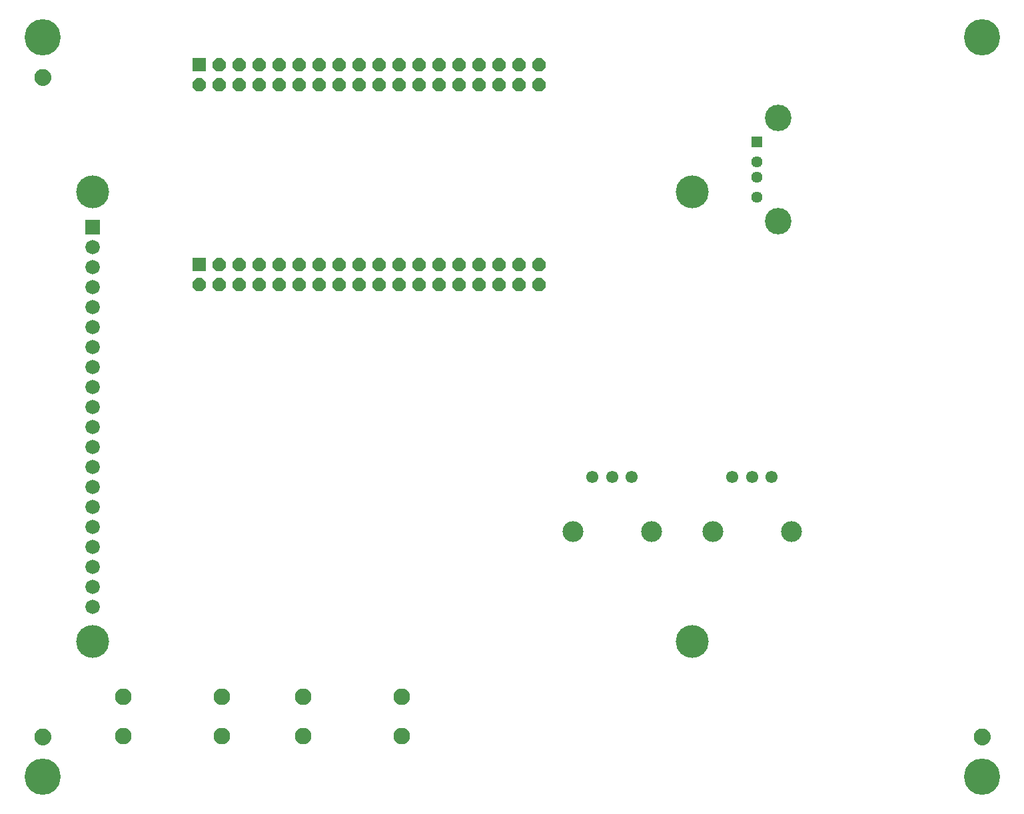
<source format=gbr>
G04 EAGLE Gerber RS-274X export*
G75*
%MOMM*%
%FSLAX34Y34*%
%LPD*%
%INSoldermask Bottom*%
%IPPOS*%
%AMOC8*
5,1,8,0,0,1.08239X$1,22.5*%
G01*
%ADD10R,1.676400X1.676400*%
%ADD11P,1.814519X8X22.500000*%
%ADD12C,1.552400*%
%ADD13C,2.652400*%
%ADD14C,2.112400*%
%ADD15R,1.828800X1.828800*%
%ADD16C,1.828800*%
%ADD17C,4.168400*%
%ADD18R,1.440400X1.440400*%
%ADD19C,1.440400*%
%ADD20C,3.372400*%
%ADD21C,4.597400*%
%ADD22C,0.609600*%
%ADD23C,1.168400*%


D10*
X236900Y942600D03*
D11*
X236900Y917200D03*
X262300Y942600D03*
X262300Y917200D03*
X287700Y942600D03*
X287700Y917200D03*
X313100Y942600D03*
X313100Y917200D03*
X338500Y942600D03*
X338500Y917200D03*
X363900Y942600D03*
X363900Y917200D03*
X389300Y942600D03*
X389300Y917200D03*
X414700Y942600D03*
X414700Y917200D03*
X440100Y942600D03*
X440100Y917200D03*
X465500Y942600D03*
X465500Y917200D03*
X490900Y942600D03*
X490900Y917200D03*
X516300Y942600D03*
X516300Y917200D03*
X541700Y942600D03*
X541700Y917200D03*
X567100Y942600D03*
X567100Y917200D03*
X592500Y942600D03*
X592500Y917200D03*
X617900Y942600D03*
X617900Y917200D03*
X643300Y942600D03*
X643300Y917200D03*
X668700Y942600D03*
X668700Y917200D03*
D10*
X236900Y688600D03*
D11*
X236900Y663200D03*
X262300Y688600D03*
X262300Y663200D03*
X287700Y688600D03*
X287700Y663200D03*
X313100Y688600D03*
X313100Y663200D03*
X338500Y688600D03*
X338500Y663200D03*
X363900Y688600D03*
X363900Y663200D03*
X389300Y688600D03*
X389300Y663200D03*
X414700Y688600D03*
X414700Y663200D03*
X440100Y688600D03*
X440100Y663200D03*
X465500Y688600D03*
X465500Y663200D03*
X490900Y688600D03*
X490900Y663200D03*
X516300Y688600D03*
X516300Y663200D03*
X541700Y688600D03*
X541700Y663200D03*
X567100Y688600D03*
X567100Y663200D03*
X592500Y688600D03*
X592500Y663200D03*
X617900Y688600D03*
X617900Y663200D03*
X643300Y688600D03*
X643300Y663200D03*
X668700Y688600D03*
X668700Y663200D03*
D12*
X787000Y419100D03*
X762000Y419100D03*
X737000Y419100D03*
D13*
X812000Y349100D03*
X712000Y349100D03*
D12*
X914800Y419100D03*
X939800Y419100D03*
X964800Y419100D03*
D13*
X889800Y349100D03*
X989800Y349100D03*
D14*
X265700Y139300D03*
X265700Y89300D03*
X140700Y89300D03*
X140700Y139300D03*
X494300Y139300D03*
X494300Y89300D03*
X369300Y89300D03*
X369300Y139300D03*
D15*
X101600Y736600D03*
D16*
X101600Y711200D03*
X101600Y685800D03*
X101600Y660400D03*
X101600Y635000D03*
X101600Y609600D03*
X101600Y584200D03*
X101600Y558800D03*
X101600Y533400D03*
X101600Y508000D03*
X101600Y482600D03*
X101600Y457200D03*
X101600Y431800D03*
X101600Y406400D03*
X101600Y381000D03*
X101600Y355600D03*
X101600Y330200D03*
X101600Y304800D03*
X101600Y279400D03*
X101600Y254000D03*
D17*
X101600Y781050D03*
X101600Y209550D03*
X863600Y781050D03*
X863600Y209550D03*
D18*
X946150Y844550D03*
D19*
X946150Y819550D03*
X946150Y799550D03*
X946150Y774550D03*
D20*
X973250Y875250D03*
X973250Y743850D03*
D21*
X38100Y38100D03*
X38100Y977900D03*
X1231900Y977900D03*
X1231900Y38100D03*
D22*
X30480Y88900D02*
X30482Y89087D01*
X30489Y89274D01*
X30501Y89461D01*
X30517Y89647D01*
X30537Y89833D01*
X30562Y90018D01*
X30592Y90203D01*
X30626Y90387D01*
X30665Y90570D01*
X30708Y90752D01*
X30756Y90932D01*
X30808Y91112D01*
X30865Y91290D01*
X30925Y91467D01*
X30991Y91642D01*
X31060Y91816D01*
X31134Y91988D01*
X31212Y92158D01*
X31294Y92326D01*
X31380Y92492D01*
X31470Y92656D01*
X31564Y92817D01*
X31662Y92977D01*
X31764Y93133D01*
X31870Y93288D01*
X31980Y93439D01*
X32093Y93588D01*
X32210Y93734D01*
X32330Y93877D01*
X32454Y94017D01*
X32581Y94154D01*
X32712Y94288D01*
X32846Y94419D01*
X32983Y94546D01*
X33123Y94670D01*
X33266Y94790D01*
X33412Y94907D01*
X33561Y95020D01*
X33712Y95130D01*
X33867Y95236D01*
X34023Y95338D01*
X34183Y95436D01*
X34344Y95530D01*
X34508Y95620D01*
X34674Y95706D01*
X34842Y95788D01*
X35012Y95866D01*
X35184Y95940D01*
X35358Y96009D01*
X35533Y96075D01*
X35710Y96135D01*
X35888Y96192D01*
X36068Y96244D01*
X36248Y96292D01*
X36430Y96335D01*
X36613Y96374D01*
X36797Y96408D01*
X36982Y96438D01*
X37167Y96463D01*
X37353Y96483D01*
X37539Y96499D01*
X37726Y96511D01*
X37913Y96518D01*
X38100Y96520D01*
X38287Y96518D01*
X38474Y96511D01*
X38661Y96499D01*
X38847Y96483D01*
X39033Y96463D01*
X39218Y96438D01*
X39403Y96408D01*
X39587Y96374D01*
X39770Y96335D01*
X39952Y96292D01*
X40132Y96244D01*
X40312Y96192D01*
X40490Y96135D01*
X40667Y96075D01*
X40842Y96009D01*
X41016Y95940D01*
X41188Y95866D01*
X41358Y95788D01*
X41526Y95706D01*
X41692Y95620D01*
X41856Y95530D01*
X42017Y95436D01*
X42177Y95338D01*
X42333Y95236D01*
X42488Y95130D01*
X42639Y95020D01*
X42788Y94907D01*
X42934Y94790D01*
X43077Y94670D01*
X43217Y94546D01*
X43354Y94419D01*
X43488Y94288D01*
X43619Y94154D01*
X43746Y94017D01*
X43870Y93877D01*
X43990Y93734D01*
X44107Y93588D01*
X44220Y93439D01*
X44330Y93288D01*
X44436Y93133D01*
X44538Y92977D01*
X44636Y92817D01*
X44730Y92656D01*
X44820Y92492D01*
X44906Y92326D01*
X44988Y92158D01*
X45066Y91988D01*
X45140Y91816D01*
X45209Y91642D01*
X45275Y91467D01*
X45335Y91290D01*
X45392Y91112D01*
X45444Y90932D01*
X45492Y90752D01*
X45535Y90570D01*
X45574Y90387D01*
X45608Y90203D01*
X45638Y90018D01*
X45663Y89833D01*
X45683Y89647D01*
X45699Y89461D01*
X45711Y89274D01*
X45718Y89087D01*
X45720Y88900D01*
X45718Y88713D01*
X45711Y88526D01*
X45699Y88339D01*
X45683Y88153D01*
X45663Y87967D01*
X45638Y87782D01*
X45608Y87597D01*
X45574Y87413D01*
X45535Y87230D01*
X45492Y87048D01*
X45444Y86868D01*
X45392Y86688D01*
X45335Y86510D01*
X45275Y86333D01*
X45209Y86158D01*
X45140Y85984D01*
X45066Y85812D01*
X44988Y85642D01*
X44906Y85474D01*
X44820Y85308D01*
X44730Y85144D01*
X44636Y84983D01*
X44538Y84823D01*
X44436Y84667D01*
X44330Y84512D01*
X44220Y84361D01*
X44107Y84212D01*
X43990Y84066D01*
X43870Y83923D01*
X43746Y83783D01*
X43619Y83646D01*
X43488Y83512D01*
X43354Y83381D01*
X43217Y83254D01*
X43077Y83130D01*
X42934Y83010D01*
X42788Y82893D01*
X42639Y82780D01*
X42488Y82670D01*
X42333Y82564D01*
X42177Y82462D01*
X42017Y82364D01*
X41856Y82270D01*
X41692Y82180D01*
X41526Y82094D01*
X41358Y82012D01*
X41188Y81934D01*
X41016Y81860D01*
X40842Y81791D01*
X40667Y81725D01*
X40490Y81665D01*
X40312Y81608D01*
X40132Y81556D01*
X39952Y81508D01*
X39770Y81465D01*
X39587Y81426D01*
X39403Y81392D01*
X39218Y81362D01*
X39033Y81337D01*
X38847Y81317D01*
X38661Y81301D01*
X38474Y81289D01*
X38287Y81282D01*
X38100Y81280D01*
X37913Y81282D01*
X37726Y81289D01*
X37539Y81301D01*
X37353Y81317D01*
X37167Y81337D01*
X36982Y81362D01*
X36797Y81392D01*
X36613Y81426D01*
X36430Y81465D01*
X36248Y81508D01*
X36068Y81556D01*
X35888Y81608D01*
X35710Y81665D01*
X35533Y81725D01*
X35358Y81791D01*
X35184Y81860D01*
X35012Y81934D01*
X34842Y82012D01*
X34674Y82094D01*
X34508Y82180D01*
X34344Y82270D01*
X34183Y82364D01*
X34023Y82462D01*
X33867Y82564D01*
X33712Y82670D01*
X33561Y82780D01*
X33412Y82893D01*
X33266Y83010D01*
X33123Y83130D01*
X32983Y83254D01*
X32846Y83381D01*
X32712Y83512D01*
X32581Y83646D01*
X32454Y83783D01*
X32330Y83923D01*
X32210Y84066D01*
X32093Y84212D01*
X31980Y84361D01*
X31870Y84512D01*
X31764Y84667D01*
X31662Y84823D01*
X31564Y84983D01*
X31470Y85144D01*
X31380Y85308D01*
X31294Y85474D01*
X31212Y85642D01*
X31134Y85812D01*
X31060Y85984D01*
X30991Y86158D01*
X30925Y86333D01*
X30865Y86510D01*
X30808Y86688D01*
X30756Y86868D01*
X30708Y87048D01*
X30665Y87230D01*
X30626Y87413D01*
X30592Y87597D01*
X30562Y87782D01*
X30537Y87967D01*
X30517Y88153D01*
X30501Y88339D01*
X30489Y88526D01*
X30482Y88713D01*
X30480Y88900D01*
D23*
X38100Y88900D03*
D22*
X30480Y927100D02*
X30482Y927287D01*
X30489Y927474D01*
X30501Y927661D01*
X30517Y927847D01*
X30537Y928033D01*
X30562Y928218D01*
X30592Y928403D01*
X30626Y928587D01*
X30665Y928770D01*
X30708Y928952D01*
X30756Y929132D01*
X30808Y929312D01*
X30865Y929490D01*
X30925Y929667D01*
X30991Y929842D01*
X31060Y930016D01*
X31134Y930188D01*
X31212Y930358D01*
X31294Y930526D01*
X31380Y930692D01*
X31470Y930856D01*
X31564Y931017D01*
X31662Y931177D01*
X31764Y931333D01*
X31870Y931488D01*
X31980Y931639D01*
X32093Y931788D01*
X32210Y931934D01*
X32330Y932077D01*
X32454Y932217D01*
X32581Y932354D01*
X32712Y932488D01*
X32846Y932619D01*
X32983Y932746D01*
X33123Y932870D01*
X33266Y932990D01*
X33412Y933107D01*
X33561Y933220D01*
X33712Y933330D01*
X33867Y933436D01*
X34023Y933538D01*
X34183Y933636D01*
X34344Y933730D01*
X34508Y933820D01*
X34674Y933906D01*
X34842Y933988D01*
X35012Y934066D01*
X35184Y934140D01*
X35358Y934209D01*
X35533Y934275D01*
X35710Y934335D01*
X35888Y934392D01*
X36068Y934444D01*
X36248Y934492D01*
X36430Y934535D01*
X36613Y934574D01*
X36797Y934608D01*
X36982Y934638D01*
X37167Y934663D01*
X37353Y934683D01*
X37539Y934699D01*
X37726Y934711D01*
X37913Y934718D01*
X38100Y934720D01*
X38287Y934718D01*
X38474Y934711D01*
X38661Y934699D01*
X38847Y934683D01*
X39033Y934663D01*
X39218Y934638D01*
X39403Y934608D01*
X39587Y934574D01*
X39770Y934535D01*
X39952Y934492D01*
X40132Y934444D01*
X40312Y934392D01*
X40490Y934335D01*
X40667Y934275D01*
X40842Y934209D01*
X41016Y934140D01*
X41188Y934066D01*
X41358Y933988D01*
X41526Y933906D01*
X41692Y933820D01*
X41856Y933730D01*
X42017Y933636D01*
X42177Y933538D01*
X42333Y933436D01*
X42488Y933330D01*
X42639Y933220D01*
X42788Y933107D01*
X42934Y932990D01*
X43077Y932870D01*
X43217Y932746D01*
X43354Y932619D01*
X43488Y932488D01*
X43619Y932354D01*
X43746Y932217D01*
X43870Y932077D01*
X43990Y931934D01*
X44107Y931788D01*
X44220Y931639D01*
X44330Y931488D01*
X44436Y931333D01*
X44538Y931177D01*
X44636Y931017D01*
X44730Y930856D01*
X44820Y930692D01*
X44906Y930526D01*
X44988Y930358D01*
X45066Y930188D01*
X45140Y930016D01*
X45209Y929842D01*
X45275Y929667D01*
X45335Y929490D01*
X45392Y929312D01*
X45444Y929132D01*
X45492Y928952D01*
X45535Y928770D01*
X45574Y928587D01*
X45608Y928403D01*
X45638Y928218D01*
X45663Y928033D01*
X45683Y927847D01*
X45699Y927661D01*
X45711Y927474D01*
X45718Y927287D01*
X45720Y927100D01*
X45718Y926913D01*
X45711Y926726D01*
X45699Y926539D01*
X45683Y926353D01*
X45663Y926167D01*
X45638Y925982D01*
X45608Y925797D01*
X45574Y925613D01*
X45535Y925430D01*
X45492Y925248D01*
X45444Y925068D01*
X45392Y924888D01*
X45335Y924710D01*
X45275Y924533D01*
X45209Y924358D01*
X45140Y924184D01*
X45066Y924012D01*
X44988Y923842D01*
X44906Y923674D01*
X44820Y923508D01*
X44730Y923344D01*
X44636Y923183D01*
X44538Y923023D01*
X44436Y922867D01*
X44330Y922712D01*
X44220Y922561D01*
X44107Y922412D01*
X43990Y922266D01*
X43870Y922123D01*
X43746Y921983D01*
X43619Y921846D01*
X43488Y921712D01*
X43354Y921581D01*
X43217Y921454D01*
X43077Y921330D01*
X42934Y921210D01*
X42788Y921093D01*
X42639Y920980D01*
X42488Y920870D01*
X42333Y920764D01*
X42177Y920662D01*
X42017Y920564D01*
X41856Y920470D01*
X41692Y920380D01*
X41526Y920294D01*
X41358Y920212D01*
X41188Y920134D01*
X41016Y920060D01*
X40842Y919991D01*
X40667Y919925D01*
X40490Y919865D01*
X40312Y919808D01*
X40132Y919756D01*
X39952Y919708D01*
X39770Y919665D01*
X39587Y919626D01*
X39403Y919592D01*
X39218Y919562D01*
X39033Y919537D01*
X38847Y919517D01*
X38661Y919501D01*
X38474Y919489D01*
X38287Y919482D01*
X38100Y919480D01*
X37913Y919482D01*
X37726Y919489D01*
X37539Y919501D01*
X37353Y919517D01*
X37167Y919537D01*
X36982Y919562D01*
X36797Y919592D01*
X36613Y919626D01*
X36430Y919665D01*
X36248Y919708D01*
X36068Y919756D01*
X35888Y919808D01*
X35710Y919865D01*
X35533Y919925D01*
X35358Y919991D01*
X35184Y920060D01*
X35012Y920134D01*
X34842Y920212D01*
X34674Y920294D01*
X34508Y920380D01*
X34344Y920470D01*
X34183Y920564D01*
X34023Y920662D01*
X33867Y920764D01*
X33712Y920870D01*
X33561Y920980D01*
X33412Y921093D01*
X33266Y921210D01*
X33123Y921330D01*
X32983Y921454D01*
X32846Y921581D01*
X32712Y921712D01*
X32581Y921846D01*
X32454Y921983D01*
X32330Y922123D01*
X32210Y922266D01*
X32093Y922412D01*
X31980Y922561D01*
X31870Y922712D01*
X31764Y922867D01*
X31662Y923023D01*
X31564Y923183D01*
X31470Y923344D01*
X31380Y923508D01*
X31294Y923674D01*
X31212Y923842D01*
X31134Y924012D01*
X31060Y924184D01*
X30991Y924358D01*
X30925Y924533D01*
X30865Y924710D01*
X30808Y924888D01*
X30756Y925068D01*
X30708Y925248D01*
X30665Y925430D01*
X30626Y925613D01*
X30592Y925797D01*
X30562Y925982D01*
X30537Y926167D01*
X30517Y926353D01*
X30501Y926539D01*
X30489Y926726D01*
X30482Y926913D01*
X30480Y927100D01*
D23*
X38100Y927100D03*
D22*
X1224280Y88900D02*
X1224282Y89087D01*
X1224289Y89274D01*
X1224301Y89461D01*
X1224317Y89647D01*
X1224337Y89833D01*
X1224362Y90018D01*
X1224392Y90203D01*
X1224426Y90387D01*
X1224465Y90570D01*
X1224508Y90752D01*
X1224556Y90932D01*
X1224608Y91112D01*
X1224665Y91290D01*
X1224725Y91467D01*
X1224791Y91642D01*
X1224860Y91816D01*
X1224934Y91988D01*
X1225012Y92158D01*
X1225094Y92326D01*
X1225180Y92492D01*
X1225270Y92656D01*
X1225364Y92817D01*
X1225462Y92977D01*
X1225564Y93133D01*
X1225670Y93288D01*
X1225780Y93439D01*
X1225893Y93588D01*
X1226010Y93734D01*
X1226130Y93877D01*
X1226254Y94017D01*
X1226381Y94154D01*
X1226512Y94288D01*
X1226646Y94419D01*
X1226783Y94546D01*
X1226923Y94670D01*
X1227066Y94790D01*
X1227212Y94907D01*
X1227361Y95020D01*
X1227512Y95130D01*
X1227667Y95236D01*
X1227823Y95338D01*
X1227983Y95436D01*
X1228144Y95530D01*
X1228308Y95620D01*
X1228474Y95706D01*
X1228642Y95788D01*
X1228812Y95866D01*
X1228984Y95940D01*
X1229158Y96009D01*
X1229333Y96075D01*
X1229510Y96135D01*
X1229688Y96192D01*
X1229868Y96244D01*
X1230048Y96292D01*
X1230230Y96335D01*
X1230413Y96374D01*
X1230597Y96408D01*
X1230782Y96438D01*
X1230967Y96463D01*
X1231153Y96483D01*
X1231339Y96499D01*
X1231526Y96511D01*
X1231713Y96518D01*
X1231900Y96520D01*
X1232087Y96518D01*
X1232274Y96511D01*
X1232461Y96499D01*
X1232647Y96483D01*
X1232833Y96463D01*
X1233018Y96438D01*
X1233203Y96408D01*
X1233387Y96374D01*
X1233570Y96335D01*
X1233752Y96292D01*
X1233932Y96244D01*
X1234112Y96192D01*
X1234290Y96135D01*
X1234467Y96075D01*
X1234642Y96009D01*
X1234816Y95940D01*
X1234988Y95866D01*
X1235158Y95788D01*
X1235326Y95706D01*
X1235492Y95620D01*
X1235656Y95530D01*
X1235817Y95436D01*
X1235977Y95338D01*
X1236133Y95236D01*
X1236288Y95130D01*
X1236439Y95020D01*
X1236588Y94907D01*
X1236734Y94790D01*
X1236877Y94670D01*
X1237017Y94546D01*
X1237154Y94419D01*
X1237288Y94288D01*
X1237419Y94154D01*
X1237546Y94017D01*
X1237670Y93877D01*
X1237790Y93734D01*
X1237907Y93588D01*
X1238020Y93439D01*
X1238130Y93288D01*
X1238236Y93133D01*
X1238338Y92977D01*
X1238436Y92817D01*
X1238530Y92656D01*
X1238620Y92492D01*
X1238706Y92326D01*
X1238788Y92158D01*
X1238866Y91988D01*
X1238940Y91816D01*
X1239009Y91642D01*
X1239075Y91467D01*
X1239135Y91290D01*
X1239192Y91112D01*
X1239244Y90932D01*
X1239292Y90752D01*
X1239335Y90570D01*
X1239374Y90387D01*
X1239408Y90203D01*
X1239438Y90018D01*
X1239463Y89833D01*
X1239483Y89647D01*
X1239499Y89461D01*
X1239511Y89274D01*
X1239518Y89087D01*
X1239520Y88900D01*
X1239518Y88713D01*
X1239511Y88526D01*
X1239499Y88339D01*
X1239483Y88153D01*
X1239463Y87967D01*
X1239438Y87782D01*
X1239408Y87597D01*
X1239374Y87413D01*
X1239335Y87230D01*
X1239292Y87048D01*
X1239244Y86868D01*
X1239192Y86688D01*
X1239135Y86510D01*
X1239075Y86333D01*
X1239009Y86158D01*
X1238940Y85984D01*
X1238866Y85812D01*
X1238788Y85642D01*
X1238706Y85474D01*
X1238620Y85308D01*
X1238530Y85144D01*
X1238436Y84983D01*
X1238338Y84823D01*
X1238236Y84667D01*
X1238130Y84512D01*
X1238020Y84361D01*
X1237907Y84212D01*
X1237790Y84066D01*
X1237670Y83923D01*
X1237546Y83783D01*
X1237419Y83646D01*
X1237288Y83512D01*
X1237154Y83381D01*
X1237017Y83254D01*
X1236877Y83130D01*
X1236734Y83010D01*
X1236588Y82893D01*
X1236439Y82780D01*
X1236288Y82670D01*
X1236133Y82564D01*
X1235977Y82462D01*
X1235817Y82364D01*
X1235656Y82270D01*
X1235492Y82180D01*
X1235326Y82094D01*
X1235158Y82012D01*
X1234988Y81934D01*
X1234816Y81860D01*
X1234642Y81791D01*
X1234467Y81725D01*
X1234290Y81665D01*
X1234112Y81608D01*
X1233932Y81556D01*
X1233752Y81508D01*
X1233570Y81465D01*
X1233387Y81426D01*
X1233203Y81392D01*
X1233018Y81362D01*
X1232833Y81337D01*
X1232647Y81317D01*
X1232461Y81301D01*
X1232274Y81289D01*
X1232087Y81282D01*
X1231900Y81280D01*
X1231713Y81282D01*
X1231526Y81289D01*
X1231339Y81301D01*
X1231153Y81317D01*
X1230967Y81337D01*
X1230782Y81362D01*
X1230597Y81392D01*
X1230413Y81426D01*
X1230230Y81465D01*
X1230048Y81508D01*
X1229868Y81556D01*
X1229688Y81608D01*
X1229510Y81665D01*
X1229333Y81725D01*
X1229158Y81791D01*
X1228984Y81860D01*
X1228812Y81934D01*
X1228642Y82012D01*
X1228474Y82094D01*
X1228308Y82180D01*
X1228144Y82270D01*
X1227983Y82364D01*
X1227823Y82462D01*
X1227667Y82564D01*
X1227512Y82670D01*
X1227361Y82780D01*
X1227212Y82893D01*
X1227066Y83010D01*
X1226923Y83130D01*
X1226783Y83254D01*
X1226646Y83381D01*
X1226512Y83512D01*
X1226381Y83646D01*
X1226254Y83783D01*
X1226130Y83923D01*
X1226010Y84066D01*
X1225893Y84212D01*
X1225780Y84361D01*
X1225670Y84512D01*
X1225564Y84667D01*
X1225462Y84823D01*
X1225364Y84983D01*
X1225270Y85144D01*
X1225180Y85308D01*
X1225094Y85474D01*
X1225012Y85642D01*
X1224934Y85812D01*
X1224860Y85984D01*
X1224791Y86158D01*
X1224725Y86333D01*
X1224665Y86510D01*
X1224608Y86688D01*
X1224556Y86868D01*
X1224508Y87048D01*
X1224465Y87230D01*
X1224426Y87413D01*
X1224392Y87597D01*
X1224362Y87782D01*
X1224337Y87967D01*
X1224317Y88153D01*
X1224301Y88339D01*
X1224289Y88526D01*
X1224282Y88713D01*
X1224280Y88900D01*
D23*
X1231900Y88900D03*
M02*

</source>
